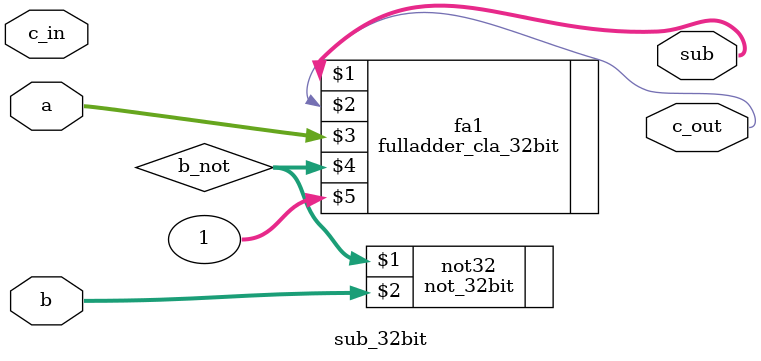
<source format=v>
module sub_32bit(output [31:0] sub, output c_out, input [31:0] a, input [31:0] b, input c_in);

	reg c_out2;
	wire [31:0] res;
	
	wire [31:0] b_not;
	
	//The two's complement of the number b is taken and added to the number a, thus subtraction is performed.

	not_32bit not32(b_not, b);
	fulladder_cla_32bit fa1(sub, c_out, a, b_not, 1);
	

endmodule
</source>
